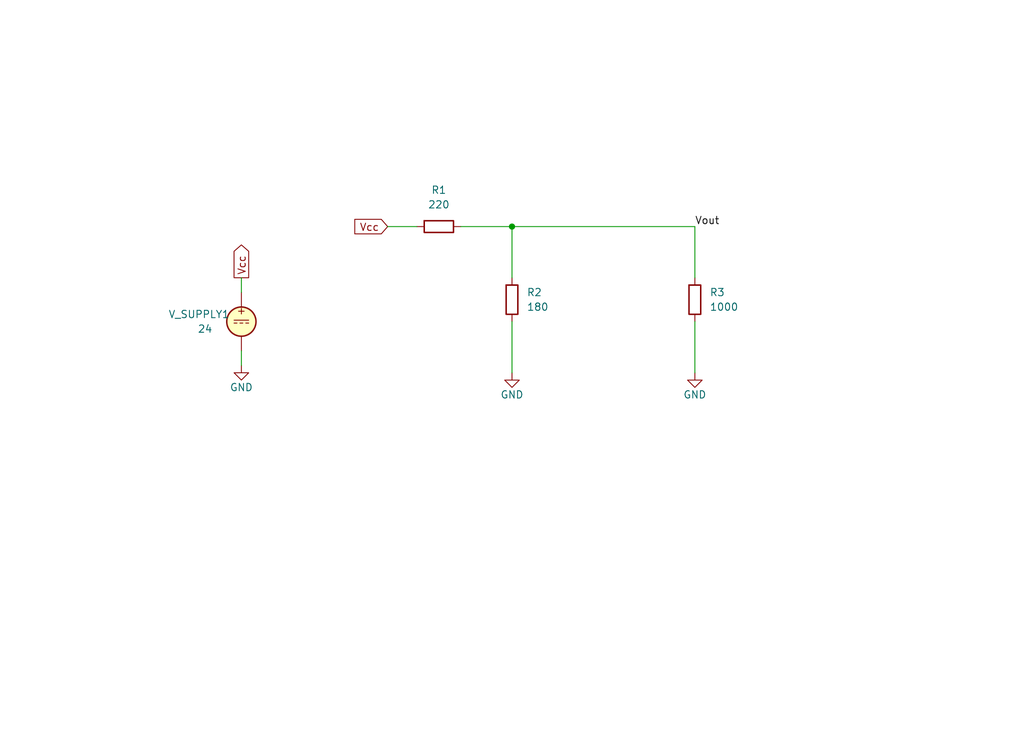
<source format=kicad_sch>
(kicad_sch (version 20230121) (generator eeschema)
  (paper "User" 177.8 127)
  (title_block (title "10V Regulated DC/DC Power Supply") (date "2024-01-19") (rev "0") (company "Jim Horwitz & Mark Vaughn, Jork Incorporated") (comment 1 "24V input, 10V +/-10% output"))
  (lib_symbols
    (symbol "Device:R" (pin_numbers hide) (pin_names (offset 0))
      (property "Reference" "R" (at 2.032 0 90))
      (property "Value" "R" (at 0 0 90))
      (symbol "R_0_1"
        (rectangle (start -1.016 -2.54) (end 1.016 2.54) (stroke (width 0.254)))
      )
      (symbol "R_1_1"
        (pin passive line (at 0 3.81 270) (length 1.27) (name "~") (number "1"))
        (pin passive line (at 0 -3.81 90) (length 1.27) (name "~") (number "2"))
      )
    )
    (symbol "Simulation_SPICE:VDC" (pin_numbers hide) (pin_names (offset 0.0254))
      (property "Reference" "V" (at 2.54 2.54 0))
      (property "Value" "1" (at 2.54 0 0))
      (symbol "VDC_0_0"
        (polyline (pts (xy -1.27 0.254) (xy 1.27 0.254)))
        (polyline (pts (xy -0.762 -0.254) (xy -1.27 -0.254)))
        (polyline (pts (xy 0.254 -0.254) (xy -0.254 -0.254)))
        (polyline (pts (xy 1.27 -0.254) (xy 0.762 -0.254)))
        (text "+" (at 0 1.905 0) (effects (font (size 1.27 1.27))))
      )
      (symbol "VDC_0_1"
        (circle (center 0 0) (radius 2.54) (stroke (width 0.254)) (fill (type background)))
      )
      (symbol "VDC_1_1"
        (pin passive line (at 0 5.08 270) (length 2.54) (name "~") (number "1"))
        (pin passive line (at 0 -5.08 90) (length 2.54) (name "~") (number "2"))
      )
    )
    (symbol "power:GND" (power) (pin_names (offset 0))
      (property "Value" "GND" (at 0 -3.81 0))
      (symbol "GND_0_1"
        (polyline (pts (xy 0 0) (xy 0 -1.27) (xy 1.27 -1.27) (xy 0 -2.54) (xy -1.27 -1.27) (xy 0 -1.27)))
      )
      (symbol "GND_1_1"
        (pin power_in line (at 0 0 270) (length 0) hide (name "GND") (number "1"))
      )
    )
  )
  (junction (at 88.9 39.37))
  (wire (pts (xy 41.91 48.26) (xy 41.91 50.8)))
  (wire (pts (xy 88.9 39.37) (xy 88.9 48.26)))
  (wire (pts (xy 88.9 55.88) (xy 88.9 64.77)))
  (wire (pts (xy 80.01 39.37) (xy 88.9 39.37)))
  (wire (pts (xy 88.9 39.37) (xy 120.65 39.37)))
  (wire (pts (xy 120.65 39.37) (xy 120.65 48.26)))
  (wire (pts (xy 67.31 39.37) (xy 72.39 39.37)))
  (wire (pts (xy 120.65 55.88) (xy 120.65 64.77)))
  (wire (pts (xy 41.91 60.96) (xy 41.91 63.5)))
  (label "Vout" (at 120.65 39.37 0))
  (global_label "Vcc" (shape output) (at 41.91 48.26 90) (property "Intersheetrefs" "${INTERSHEET_REFS}" (effects hide)))
  (global_label "Vcc" (shape input) (at 67.31 39.37 180) (property "Intersheetrefs" "${INTERSHEET_REFS}" (effects hide)))
  (symbol (lib_id "Simulation_SPICE:VDC") (at 41.91 55.88 0) (unit 1)
    (property "Reference" "V_SUPPLY1" (at 29.21 54.61 0) (effects (justify left)))
    (property "Value" "24" (at 34.29 57.15 0) (effects (justify left)))
    (property "Sim.Pins" "1=+ 2=-" (effects hide))
    (property "Sim.Type" "DC" (effects hide))
    (property "Sim.Device" "V" (effects hide))
  )
  (symbol (lib_id "Device:R") (at 120.65 52.07 0) (unit 1)
    (property "Reference" "R3" (at 123.19 50.8 0) (effects (justify left)))
    (property "Value" "1000" (at 123.19 53.34 0) (effects (justify left)))
  )
  (symbol (lib_id "power:GND") (at 41.91 63.5 0) (unit 1)
    (property "Reference" "#PWR01" (effects hide))
    (property "Value" "GND" (at 41.91 67.31 0))
  )
  (symbol (lib_id "Device:R") (at 76.2 39.37 90) (unit 1)
    (property "Reference" "R1" (at 76.2 33.02 90))
    (property "Value" "220" (at 76.2 35.56 90))
  )
  (symbol (lib_id "Device:R") (at 88.9 52.07 0) (unit 1)
    (property "Reference" "R2" (at 91.44 50.8 0) (effects (justify left)))
    (property "Value" "180" (at 91.44 53.34 0) (effects (justify left)))
  )
  (symbol (lib_id "power:GND") (at 88.9 64.77 0) (unit 1)
    (property "Reference" "#PWR02" (effects hide))
    (property "Value" "GND" (at 88.9 68.58 0))
  )
  (symbol (lib_id "power:GND") (at 120.65 64.77 0) (unit 1)
    (property "Reference" "#PWR03" (effects hide))
    (property "Value" "GND" (at 120.65 68.58 0))
  )
)
</source>
